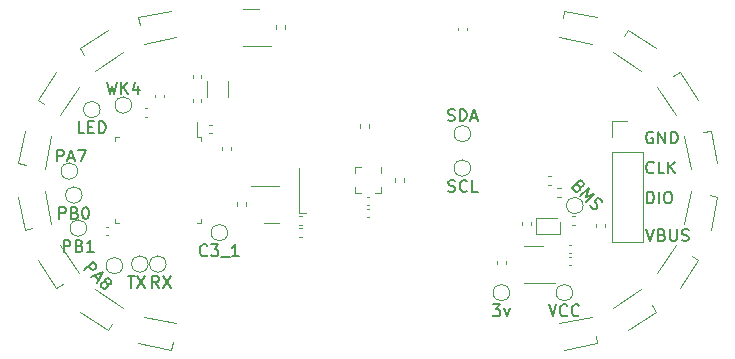
<source format=gbr>
%TF.GenerationSoftware,KiCad,Pcbnew,8.0.0*%
%TF.CreationDate,2024-03-15T16:55:21-04:00*%
%TF.ProjectId,mainboard,6d61696e-626f-4617-9264-2e6b69636164,rev?*%
%TF.SameCoordinates,Original*%
%TF.FileFunction,Legend,Top*%
%TF.FilePolarity,Positive*%
%FSLAX46Y46*%
G04 Gerber Fmt 4.6, Leading zero omitted, Abs format (unit mm)*
G04 Created by KiCad (PCBNEW 8.0.0) date 2024-03-15 16:55:21*
%MOMM*%
%LPD*%
G01*
G04 APERTURE LIST*
%ADD10C,0.150000*%
%ADD11C,0.120000*%
%ADD12C,0.100000*%
G04 APERTURE END LIST*
D10*
X209874007Y-90528780D02*
X209826388Y-90576400D01*
X209826388Y-90576400D02*
X209683531Y-90624019D01*
X209683531Y-90624019D02*
X209588293Y-90624019D01*
X209588293Y-90624019D02*
X209445436Y-90576400D01*
X209445436Y-90576400D02*
X209350198Y-90481161D01*
X209350198Y-90481161D02*
X209302579Y-90385923D01*
X209302579Y-90385923D02*
X209254960Y-90195447D01*
X209254960Y-90195447D02*
X209254960Y-90052590D01*
X209254960Y-90052590D02*
X209302579Y-89862114D01*
X209302579Y-89862114D02*
X209350198Y-89766876D01*
X209350198Y-89766876D02*
X209445436Y-89671638D01*
X209445436Y-89671638D02*
X209588293Y-89624019D01*
X209588293Y-89624019D02*
X209683531Y-89624019D01*
X209683531Y-89624019D02*
X209826388Y-89671638D01*
X209826388Y-89671638D02*
X209874007Y-89719257D01*
X210778769Y-90624019D02*
X210302579Y-90624019D01*
X210302579Y-90624019D02*
X210302579Y-89624019D01*
X211112103Y-90624019D02*
X211112103Y-89624019D01*
X211683531Y-90624019D02*
X211254960Y-90052590D01*
X211683531Y-89624019D02*
X211112103Y-90195447D01*
X209261322Y-95339019D02*
X209594655Y-96339019D01*
X209594655Y-96339019D02*
X209927988Y-95339019D01*
X210594655Y-95815209D02*
X210737512Y-95862828D01*
X210737512Y-95862828D02*
X210785131Y-95910447D01*
X210785131Y-95910447D02*
X210832750Y-96005685D01*
X210832750Y-96005685D02*
X210832750Y-96148542D01*
X210832750Y-96148542D02*
X210785131Y-96243780D01*
X210785131Y-96243780D02*
X210737512Y-96291400D01*
X210737512Y-96291400D02*
X210642274Y-96339019D01*
X210642274Y-96339019D02*
X210261322Y-96339019D01*
X210261322Y-96339019D02*
X210261322Y-95339019D01*
X210261322Y-95339019D02*
X210594655Y-95339019D01*
X210594655Y-95339019D02*
X210689893Y-95386638D01*
X210689893Y-95386638D02*
X210737512Y-95434257D01*
X210737512Y-95434257D02*
X210785131Y-95529495D01*
X210785131Y-95529495D02*
X210785131Y-95624733D01*
X210785131Y-95624733D02*
X210737512Y-95719971D01*
X210737512Y-95719971D02*
X210689893Y-95767590D01*
X210689893Y-95767590D02*
X210594655Y-95815209D01*
X210594655Y-95815209D02*
X210261322Y-95815209D01*
X211261322Y-95339019D02*
X211261322Y-96148542D01*
X211261322Y-96148542D02*
X211308941Y-96243780D01*
X211308941Y-96243780D02*
X211356560Y-96291400D01*
X211356560Y-96291400D02*
X211451798Y-96339019D01*
X211451798Y-96339019D02*
X211642274Y-96339019D01*
X211642274Y-96339019D02*
X211737512Y-96291400D01*
X211737512Y-96291400D02*
X211785131Y-96243780D01*
X211785131Y-96243780D02*
X211832750Y-96148542D01*
X211832750Y-96148542D02*
X211832750Y-95339019D01*
X212261322Y-96291400D02*
X212404179Y-96339019D01*
X212404179Y-96339019D02*
X212642274Y-96339019D01*
X212642274Y-96339019D02*
X212737512Y-96291400D01*
X212737512Y-96291400D02*
X212785131Y-96243780D01*
X212785131Y-96243780D02*
X212832750Y-96148542D01*
X212832750Y-96148542D02*
X212832750Y-96053304D01*
X212832750Y-96053304D02*
X212785131Y-95958066D01*
X212785131Y-95958066D02*
X212737512Y-95910447D01*
X212737512Y-95910447D02*
X212642274Y-95862828D01*
X212642274Y-95862828D02*
X212451798Y-95815209D01*
X212451798Y-95815209D02*
X212356560Y-95767590D01*
X212356560Y-95767590D02*
X212308941Y-95719971D01*
X212308941Y-95719971D02*
X212261322Y-95624733D01*
X212261322Y-95624733D02*
X212261322Y-95529495D01*
X212261322Y-95529495D02*
X212308941Y-95434257D01*
X212308941Y-95434257D02*
X212356560Y-95386638D01*
X212356560Y-95386638D02*
X212451798Y-95339019D01*
X212451798Y-95339019D02*
X212689893Y-95339019D01*
X212689893Y-95339019D02*
X212832750Y-95386638D01*
X209800988Y-87131638D02*
X209705750Y-87084019D01*
X209705750Y-87084019D02*
X209562893Y-87084019D01*
X209562893Y-87084019D02*
X209420036Y-87131638D01*
X209420036Y-87131638D02*
X209324798Y-87226876D01*
X209324798Y-87226876D02*
X209277179Y-87322114D01*
X209277179Y-87322114D02*
X209229560Y-87512590D01*
X209229560Y-87512590D02*
X209229560Y-87655447D01*
X209229560Y-87655447D02*
X209277179Y-87845923D01*
X209277179Y-87845923D02*
X209324798Y-87941161D01*
X209324798Y-87941161D02*
X209420036Y-88036400D01*
X209420036Y-88036400D02*
X209562893Y-88084019D01*
X209562893Y-88084019D02*
X209658131Y-88084019D01*
X209658131Y-88084019D02*
X209800988Y-88036400D01*
X209800988Y-88036400D02*
X209848607Y-87988780D01*
X209848607Y-87988780D02*
X209848607Y-87655447D01*
X209848607Y-87655447D02*
X209658131Y-87655447D01*
X210277179Y-88084019D02*
X210277179Y-87084019D01*
X210277179Y-87084019D02*
X210848607Y-88084019D01*
X210848607Y-88084019D02*
X210848607Y-87084019D01*
X211324798Y-88084019D02*
X211324798Y-87084019D01*
X211324798Y-87084019D02*
X211562893Y-87084019D01*
X211562893Y-87084019D02*
X211705750Y-87131638D01*
X211705750Y-87131638D02*
X211800988Y-87226876D01*
X211800988Y-87226876D02*
X211848607Y-87322114D01*
X211848607Y-87322114D02*
X211896226Y-87512590D01*
X211896226Y-87512590D02*
X211896226Y-87655447D01*
X211896226Y-87655447D02*
X211848607Y-87845923D01*
X211848607Y-87845923D02*
X211800988Y-87941161D01*
X211800988Y-87941161D02*
X211705750Y-88036400D01*
X211705750Y-88036400D02*
X211562893Y-88084019D01*
X211562893Y-88084019D02*
X211324798Y-88084019D01*
X209327979Y-93164019D02*
X209327979Y-92164019D01*
X209327979Y-92164019D02*
X209566074Y-92164019D01*
X209566074Y-92164019D02*
X209708931Y-92211638D01*
X209708931Y-92211638D02*
X209804169Y-92306876D01*
X209804169Y-92306876D02*
X209851788Y-92402114D01*
X209851788Y-92402114D02*
X209899407Y-92592590D01*
X209899407Y-92592590D02*
X209899407Y-92735447D01*
X209899407Y-92735447D02*
X209851788Y-92925923D01*
X209851788Y-92925923D02*
X209804169Y-93021161D01*
X209804169Y-93021161D02*
X209708931Y-93116400D01*
X209708931Y-93116400D02*
X209566074Y-93164019D01*
X209566074Y-93164019D02*
X209327979Y-93164019D01*
X210327979Y-93164019D02*
X210327979Y-92164019D01*
X210994645Y-92164019D02*
X211185121Y-92164019D01*
X211185121Y-92164019D02*
X211280359Y-92211638D01*
X211280359Y-92211638D02*
X211375597Y-92306876D01*
X211375597Y-92306876D02*
X211423216Y-92497352D01*
X211423216Y-92497352D02*
X211423216Y-92830685D01*
X211423216Y-92830685D02*
X211375597Y-93021161D01*
X211375597Y-93021161D02*
X211280359Y-93116400D01*
X211280359Y-93116400D02*
X211185121Y-93164019D01*
X211185121Y-93164019D02*
X210994645Y-93164019D01*
X210994645Y-93164019D02*
X210899407Y-93116400D01*
X210899407Y-93116400D02*
X210804169Y-93021161D01*
X210804169Y-93021161D02*
X210756550Y-92830685D01*
X210756550Y-92830685D02*
X210756550Y-92497352D01*
X210756550Y-92497352D02*
X210804169Y-92306876D01*
X210804169Y-92306876D02*
X210899407Y-92211638D01*
X210899407Y-92211638D02*
X210994645Y-92164019D01*
X159543905Y-94460819D02*
X159543905Y-93460819D01*
X159543905Y-93460819D02*
X159924857Y-93460819D01*
X159924857Y-93460819D02*
X160020095Y-93508438D01*
X160020095Y-93508438D02*
X160067714Y-93556057D01*
X160067714Y-93556057D02*
X160115333Y-93651295D01*
X160115333Y-93651295D02*
X160115333Y-93794152D01*
X160115333Y-93794152D02*
X160067714Y-93889390D01*
X160067714Y-93889390D02*
X160020095Y-93937009D01*
X160020095Y-93937009D02*
X159924857Y-93984628D01*
X159924857Y-93984628D02*
X159543905Y-93984628D01*
X160877238Y-93937009D02*
X161020095Y-93984628D01*
X161020095Y-93984628D02*
X161067714Y-94032247D01*
X161067714Y-94032247D02*
X161115333Y-94127485D01*
X161115333Y-94127485D02*
X161115333Y-94270342D01*
X161115333Y-94270342D02*
X161067714Y-94365580D01*
X161067714Y-94365580D02*
X161020095Y-94413200D01*
X161020095Y-94413200D02*
X160924857Y-94460819D01*
X160924857Y-94460819D02*
X160543905Y-94460819D01*
X160543905Y-94460819D02*
X160543905Y-93460819D01*
X160543905Y-93460819D02*
X160877238Y-93460819D01*
X160877238Y-93460819D02*
X160972476Y-93508438D01*
X160972476Y-93508438D02*
X161020095Y-93556057D01*
X161020095Y-93556057D02*
X161067714Y-93651295D01*
X161067714Y-93651295D02*
X161067714Y-93746533D01*
X161067714Y-93746533D02*
X161020095Y-93841771D01*
X161020095Y-93841771D02*
X160972476Y-93889390D01*
X160972476Y-93889390D02*
X160877238Y-93937009D01*
X160877238Y-93937009D02*
X160543905Y-93937009D01*
X161734381Y-93460819D02*
X161829619Y-93460819D01*
X161829619Y-93460819D02*
X161924857Y-93508438D01*
X161924857Y-93508438D02*
X161972476Y-93556057D01*
X161972476Y-93556057D02*
X162020095Y-93651295D01*
X162020095Y-93651295D02*
X162067714Y-93841771D01*
X162067714Y-93841771D02*
X162067714Y-94079866D01*
X162067714Y-94079866D02*
X162020095Y-94270342D01*
X162020095Y-94270342D02*
X161972476Y-94365580D01*
X161972476Y-94365580D02*
X161924857Y-94413200D01*
X161924857Y-94413200D02*
X161829619Y-94460819D01*
X161829619Y-94460819D02*
X161734381Y-94460819D01*
X161734381Y-94460819D02*
X161639143Y-94413200D01*
X161639143Y-94413200D02*
X161591524Y-94365580D01*
X161591524Y-94365580D02*
X161543905Y-94270342D01*
X161543905Y-94270342D02*
X161496286Y-94079866D01*
X161496286Y-94079866D02*
X161496286Y-93841771D01*
X161496286Y-93841771D02*
X161543905Y-93651295D01*
X161543905Y-93651295D02*
X161591524Y-93556057D01*
X161591524Y-93556057D02*
X161639143Y-93508438D01*
X161639143Y-93508438D02*
X161734381Y-93460819D01*
X192460714Y-86132200D02*
X192603571Y-86179819D01*
X192603571Y-86179819D02*
X192841666Y-86179819D01*
X192841666Y-86179819D02*
X192936904Y-86132200D01*
X192936904Y-86132200D02*
X192984523Y-86084580D01*
X192984523Y-86084580D02*
X193032142Y-85989342D01*
X193032142Y-85989342D02*
X193032142Y-85894104D01*
X193032142Y-85894104D02*
X192984523Y-85798866D01*
X192984523Y-85798866D02*
X192936904Y-85751247D01*
X192936904Y-85751247D02*
X192841666Y-85703628D01*
X192841666Y-85703628D02*
X192651190Y-85656009D01*
X192651190Y-85656009D02*
X192555952Y-85608390D01*
X192555952Y-85608390D02*
X192508333Y-85560771D01*
X192508333Y-85560771D02*
X192460714Y-85465533D01*
X192460714Y-85465533D02*
X192460714Y-85370295D01*
X192460714Y-85370295D02*
X192508333Y-85275057D01*
X192508333Y-85275057D02*
X192555952Y-85227438D01*
X192555952Y-85227438D02*
X192651190Y-85179819D01*
X192651190Y-85179819D02*
X192889285Y-85179819D01*
X192889285Y-85179819D02*
X193032142Y-85227438D01*
X193460714Y-86179819D02*
X193460714Y-85179819D01*
X193460714Y-85179819D02*
X193698809Y-85179819D01*
X193698809Y-85179819D02*
X193841666Y-85227438D01*
X193841666Y-85227438D02*
X193936904Y-85322676D01*
X193936904Y-85322676D02*
X193984523Y-85417914D01*
X193984523Y-85417914D02*
X194032142Y-85608390D01*
X194032142Y-85608390D02*
X194032142Y-85751247D01*
X194032142Y-85751247D02*
X193984523Y-85941723D01*
X193984523Y-85941723D02*
X193936904Y-86036961D01*
X193936904Y-86036961D02*
X193841666Y-86132200D01*
X193841666Y-86132200D02*
X193698809Y-86179819D01*
X193698809Y-86179819D02*
X193460714Y-86179819D01*
X194413095Y-85894104D02*
X194889285Y-85894104D01*
X194317857Y-86179819D02*
X194651190Y-85179819D01*
X194651190Y-85179819D02*
X194984523Y-86179819D01*
X163568238Y-82893819D02*
X163806333Y-83893819D01*
X163806333Y-83893819D02*
X163996809Y-83179533D01*
X163996809Y-83179533D02*
X164187285Y-83893819D01*
X164187285Y-83893819D02*
X164425381Y-82893819D01*
X164806333Y-83893819D02*
X164806333Y-82893819D01*
X165377761Y-83893819D02*
X164949190Y-83322390D01*
X165377761Y-82893819D02*
X164806333Y-83465247D01*
X166234904Y-83227152D02*
X166234904Y-83893819D01*
X165996809Y-82846200D02*
X165758714Y-83560485D01*
X165758714Y-83560485D02*
X166377761Y-83560485D01*
X161667436Y-98810647D02*
X162374543Y-98103540D01*
X162374543Y-98103540D02*
X162643917Y-98372914D01*
X162643917Y-98372914D02*
X162677588Y-98473930D01*
X162677588Y-98473930D02*
X162677588Y-98541273D01*
X162677588Y-98541273D02*
X162643917Y-98642288D01*
X162643917Y-98642288D02*
X162542901Y-98743304D01*
X162542901Y-98743304D02*
X162441886Y-98776975D01*
X162441886Y-98776975D02*
X162374543Y-98776975D01*
X162374543Y-98776975D02*
X162273527Y-98743304D01*
X162273527Y-98743304D02*
X162004153Y-98473930D01*
X162542901Y-99282052D02*
X162879619Y-99618769D01*
X162273527Y-99416739D02*
X163216336Y-98945334D01*
X163216336Y-98945334D02*
X162744932Y-99888143D01*
X163485711Y-99820800D02*
X163452039Y-99719785D01*
X163452039Y-99719785D02*
X163452039Y-99652441D01*
X163452039Y-99652441D02*
X163485711Y-99551426D01*
X163485711Y-99551426D02*
X163519382Y-99517754D01*
X163519382Y-99517754D02*
X163620398Y-99484082D01*
X163620398Y-99484082D02*
X163687741Y-99484082D01*
X163687741Y-99484082D02*
X163788756Y-99517754D01*
X163788756Y-99517754D02*
X163923443Y-99652441D01*
X163923443Y-99652441D02*
X163957115Y-99753456D01*
X163957115Y-99753456D02*
X163957115Y-99820800D01*
X163957115Y-99820800D02*
X163923443Y-99921815D01*
X163923443Y-99921815D02*
X163889772Y-99955487D01*
X163889772Y-99955487D02*
X163788756Y-99989159D01*
X163788756Y-99989159D02*
X163721413Y-99989159D01*
X163721413Y-99989159D02*
X163620398Y-99955487D01*
X163620398Y-99955487D02*
X163485711Y-99820800D01*
X163485711Y-99820800D02*
X163384695Y-99787128D01*
X163384695Y-99787128D02*
X163317352Y-99787128D01*
X163317352Y-99787128D02*
X163216337Y-99820800D01*
X163216337Y-99820800D02*
X163081650Y-99955487D01*
X163081650Y-99955487D02*
X163047978Y-100056502D01*
X163047978Y-100056502D02*
X163047978Y-100123846D01*
X163047978Y-100123846D02*
X163081650Y-100224861D01*
X163081650Y-100224861D02*
X163216337Y-100359548D01*
X163216337Y-100359548D02*
X163317352Y-100393220D01*
X163317352Y-100393220D02*
X163384695Y-100393220D01*
X163384695Y-100393220D02*
X163485711Y-100359548D01*
X163485711Y-100359548D02*
X163620398Y-100224861D01*
X163620398Y-100224861D02*
X163654069Y-100123846D01*
X163654069Y-100123846D02*
X163654069Y-100056502D01*
X163654069Y-100056502D02*
X163620398Y-99955487D01*
X165354095Y-99302819D02*
X165925523Y-99302819D01*
X165639809Y-100302819D02*
X165639809Y-99302819D01*
X166163619Y-99302819D02*
X166830285Y-100302819D01*
X166830285Y-99302819D02*
X166163619Y-100302819D01*
X167981333Y-100302819D02*
X167648000Y-99826628D01*
X167409905Y-100302819D02*
X167409905Y-99302819D01*
X167409905Y-99302819D02*
X167790857Y-99302819D01*
X167790857Y-99302819D02*
X167886095Y-99350438D01*
X167886095Y-99350438D02*
X167933714Y-99398057D01*
X167933714Y-99398057D02*
X167981333Y-99493295D01*
X167981333Y-99493295D02*
X167981333Y-99636152D01*
X167981333Y-99636152D02*
X167933714Y-99731390D01*
X167933714Y-99731390D02*
X167886095Y-99779009D01*
X167886095Y-99779009D02*
X167790857Y-99826628D01*
X167790857Y-99826628D02*
X167409905Y-99826628D01*
X168314667Y-99302819D02*
X168981333Y-100302819D01*
X168981333Y-99302819D02*
X168314667Y-100302819D01*
X161663142Y-87221819D02*
X161186952Y-87221819D01*
X161186952Y-87221819D02*
X161186952Y-86221819D01*
X161996476Y-86698009D02*
X162329809Y-86698009D01*
X162472666Y-87221819D02*
X161996476Y-87221819D01*
X161996476Y-87221819D02*
X161996476Y-86221819D01*
X161996476Y-86221819D02*
X162472666Y-86221819D01*
X162901238Y-87221819D02*
X162901238Y-86221819D01*
X162901238Y-86221819D02*
X163139333Y-86221819D01*
X163139333Y-86221819D02*
X163282190Y-86269438D01*
X163282190Y-86269438D02*
X163377428Y-86364676D01*
X163377428Y-86364676D02*
X163425047Y-86459914D01*
X163425047Y-86459914D02*
X163472666Y-86650390D01*
X163472666Y-86650390D02*
X163472666Y-86793247D01*
X163472666Y-86793247D02*
X163425047Y-86983723D01*
X163425047Y-86983723D02*
X163377428Y-87078961D01*
X163377428Y-87078961D02*
X163282190Y-87174200D01*
X163282190Y-87174200D02*
X163139333Y-87221819D01*
X163139333Y-87221819D02*
X162901238Y-87221819D01*
X200977667Y-101715819D02*
X201311000Y-102715819D01*
X201311000Y-102715819D02*
X201644333Y-101715819D01*
X202549095Y-102620580D02*
X202501476Y-102668200D01*
X202501476Y-102668200D02*
X202358619Y-102715819D01*
X202358619Y-102715819D02*
X202263381Y-102715819D01*
X202263381Y-102715819D02*
X202120524Y-102668200D01*
X202120524Y-102668200D02*
X202025286Y-102572961D01*
X202025286Y-102572961D02*
X201977667Y-102477723D01*
X201977667Y-102477723D02*
X201930048Y-102287247D01*
X201930048Y-102287247D02*
X201930048Y-102144390D01*
X201930048Y-102144390D02*
X201977667Y-101953914D01*
X201977667Y-101953914D02*
X202025286Y-101858676D01*
X202025286Y-101858676D02*
X202120524Y-101763438D01*
X202120524Y-101763438D02*
X202263381Y-101715819D01*
X202263381Y-101715819D02*
X202358619Y-101715819D01*
X202358619Y-101715819D02*
X202501476Y-101763438D01*
X202501476Y-101763438D02*
X202549095Y-101811057D01*
X203549095Y-102620580D02*
X203501476Y-102668200D01*
X203501476Y-102668200D02*
X203358619Y-102715819D01*
X203358619Y-102715819D02*
X203263381Y-102715819D01*
X203263381Y-102715819D02*
X203120524Y-102668200D01*
X203120524Y-102668200D02*
X203025286Y-102572961D01*
X203025286Y-102572961D02*
X202977667Y-102477723D01*
X202977667Y-102477723D02*
X202930048Y-102287247D01*
X202930048Y-102287247D02*
X202930048Y-102144390D01*
X202930048Y-102144390D02*
X202977667Y-101953914D01*
X202977667Y-101953914D02*
X203025286Y-101858676D01*
X203025286Y-101858676D02*
X203120524Y-101763438D01*
X203120524Y-101763438D02*
X203263381Y-101715819D01*
X203263381Y-101715819D02*
X203358619Y-101715819D01*
X203358619Y-101715819D02*
X203501476Y-101763438D01*
X203501476Y-101763438D02*
X203549095Y-101811057D01*
X172077190Y-97540580D02*
X172029571Y-97588200D01*
X172029571Y-97588200D02*
X171886714Y-97635819D01*
X171886714Y-97635819D02*
X171791476Y-97635819D01*
X171791476Y-97635819D02*
X171648619Y-97588200D01*
X171648619Y-97588200D02*
X171553381Y-97492961D01*
X171553381Y-97492961D02*
X171505762Y-97397723D01*
X171505762Y-97397723D02*
X171458143Y-97207247D01*
X171458143Y-97207247D02*
X171458143Y-97064390D01*
X171458143Y-97064390D02*
X171505762Y-96873914D01*
X171505762Y-96873914D02*
X171553381Y-96778676D01*
X171553381Y-96778676D02*
X171648619Y-96683438D01*
X171648619Y-96683438D02*
X171791476Y-96635819D01*
X171791476Y-96635819D02*
X171886714Y-96635819D01*
X171886714Y-96635819D02*
X172029571Y-96683438D01*
X172029571Y-96683438D02*
X172077190Y-96731057D01*
X172410524Y-96635819D02*
X173029571Y-96635819D01*
X173029571Y-96635819D02*
X172696238Y-97016771D01*
X172696238Y-97016771D02*
X172839095Y-97016771D01*
X172839095Y-97016771D02*
X172934333Y-97064390D01*
X172934333Y-97064390D02*
X172981952Y-97112009D01*
X172981952Y-97112009D02*
X173029571Y-97207247D01*
X173029571Y-97207247D02*
X173029571Y-97445342D01*
X173029571Y-97445342D02*
X172981952Y-97540580D01*
X172981952Y-97540580D02*
X172934333Y-97588200D01*
X172934333Y-97588200D02*
X172839095Y-97635819D01*
X172839095Y-97635819D02*
X172553381Y-97635819D01*
X172553381Y-97635819D02*
X172458143Y-97588200D01*
X172458143Y-97588200D02*
X172410524Y-97540580D01*
X173220048Y-97731057D02*
X173981952Y-97731057D01*
X174743857Y-97635819D02*
X174172429Y-97635819D01*
X174458143Y-97635819D02*
X174458143Y-96635819D01*
X174458143Y-96635819D02*
X174362905Y-96778676D01*
X174362905Y-96778676D02*
X174267667Y-96873914D01*
X174267667Y-96873914D02*
X174172429Y-96921533D01*
X192484524Y-92127200D02*
X192627381Y-92174819D01*
X192627381Y-92174819D02*
X192865476Y-92174819D01*
X192865476Y-92174819D02*
X192960714Y-92127200D01*
X192960714Y-92127200D02*
X193008333Y-92079580D01*
X193008333Y-92079580D02*
X193055952Y-91984342D01*
X193055952Y-91984342D02*
X193055952Y-91889104D01*
X193055952Y-91889104D02*
X193008333Y-91793866D01*
X193008333Y-91793866D02*
X192960714Y-91746247D01*
X192960714Y-91746247D02*
X192865476Y-91698628D01*
X192865476Y-91698628D02*
X192675000Y-91651009D01*
X192675000Y-91651009D02*
X192579762Y-91603390D01*
X192579762Y-91603390D02*
X192532143Y-91555771D01*
X192532143Y-91555771D02*
X192484524Y-91460533D01*
X192484524Y-91460533D02*
X192484524Y-91365295D01*
X192484524Y-91365295D02*
X192532143Y-91270057D01*
X192532143Y-91270057D02*
X192579762Y-91222438D01*
X192579762Y-91222438D02*
X192675000Y-91174819D01*
X192675000Y-91174819D02*
X192913095Y-91174819D01*
X192913095Y-91174819D02*
X193055952Y-91222438D01*
X194055952Y-92079580D02*
X194008333Y-92127200D01*
X194008333Y-92127200D02*
X193865476Y-92174819D01*
X193865476Y-92174819D02*
X193770238Y-92174819D01*
X193770238Y-92174819D02*
X193627381Y-92127200D01*
X193627381Y-92127200D02*
X193532143Y-92031961D01*
X193532143Y-92031961D02*
X193484524Y-91936723D01*
X193484524Y-91936723D02*
X193436905Y-91746247D01*
X193436905Y-91746247D02*
X193436905Y-91603390D01*
X193436905Y-91603390D02*
X193484524Y-91412914D01*
X193484524Y-91412914D02*
X193532143Y-91317676D01*
X193532143Y-91317676D02*
X193627381Y-91222438D01*
X193627381Y-91222438D02*
X193770238Y-91174819D01*
X193770238Y-91174819D02*
X193865476Y-91174819D01*
X193865476Y-91174819D02*
X194008333Y-91222438D01*
X194008333Y-91222438D02*
X194055952Y-91270057D01*
X194960714Y-92174819D02*
X194484524Y-92174819D01*
X194484524Y-92174819D02*
X194484524Y-91174819D01*
X159924905Y-97254819D02*
X159924905Y-96254819D01*
X159924905Y-96254819D02*
X160305857Y-96254819D01*
X160305857Y-96254819D02*
X160401095Y-96302438D01*
X160401095Y-96302438D02*
X160448714Y-96350057D01*
X160448714Y-96350057D02*
X160496333Y-96445295D01*
X160496333Y-96445295D02*
X160496333Y-96588152D01*
X160496333Y-96588152D02*
X160448714Y-96683390D01*
X160448714Y-96683390D02*
X160401095Y-96731009D01*
X160401095Y-96731009D02*
X160305857Y-96778628D01*
X160305857Y-96778628D02*
X159924905Y-96778628D01*
X161258238Y-96731009D02*
X161401095Y-96778628D01*
X161401095Y-96778628D02*
X161448714Y-96826247D01*
X161448714Y-96826247D02*
X161496333Y-96921485D01*
X161496333Y-96921485D02*
X161496333Y-97064342D01*
X161496333Y-97064342D02*
X161448714Y-97159580D01*
X161448714Y-97159580D02*
X161401095Y-97207200D01*
X161401095Y-97207200D02*
X161305857Y-97254819D01*
X161305857Y-97254819D02*
X160924905Y-97254819D01*
X160924905Y-97254819D02*
X160924905Y-96254819D01*
X160924905Y-96254819D02*
X161258238Y-96254819D01*
X161258238Y-96254819D02*
X161353476Y-96302438D01*
X161353476Y-96302438D02*
X161401095Y-96350057D01*
X161401095Y-96350057D02*
X161448714Y-96445295D01*
X161448714Y-96445295D02*
X161448714Y-96540533D01*
X161448714Y-96540533D02*
X161401095Y-96635771D01*
X161401095Y-96635771D02*
X161353476Y-96683390D01*
X161353476Y-96683390D02*
X161258238Y-96731009D01*
X161258238Y-96731009D02*
X160924905Y-96731009D01*
X162448714Y-97254819D02*
X161877286Y-97254819D01*
X162163000Y-97254819D02*
X162163000Y-96254819D01*
X162163000Y-96254819D02*
X162067762Y-96397676D01*
X162067762Y-96397676D02*
X161972524Y-96492914D01*
X161972524Y-96492914D02*
X161877286Y-96540533D01*
X196262714Y-101715819D02*
X196881761Y-101715819D01*
X196881761Y-101715819D02*
X196548428Y-102096771D01*
X196548428Y-102096771D02*
X196691285Y-102096771D01*
X196691285Y-102096771D02*
X196786523Y-102144390D01*
X196786523Y-102144390D02*
X196834142Y-102192009D01*
X196834142Y-102192009D02*
X196881761Y-102287247D01*
X196881761Y-102287247D02*
X196881761Y-102525342D01*
X196881761Y-102525342D02*
X196834142Y-102620580D01*
X196834142Y-102620580D02*
X196786523Y-102668200D01*
X196786523Y-102668200D02*
X196691285Y-102715819D01*
X196691285Y-102715819D02*
X196405571Y-102715819D01*
X196405571Y-102715819D02*
X196310333Y-102668200D01*
X196310333Y-102668200D02*
X196262714Y-102620580D01*
X197215095Y-102049152D02*
X197453190Y-102715819D01*
X197453190Y-102715819D02*
X197691285Y-102049152D01*
X159361333Y-89608819D02*
X159361333Y-88608819D01*
X159361333Y-88608819D02*
X159742285Y-88608819D01*
X159742285Y-88608819D02*
X159837523Y-88656438D01*
X159837523Y-88656438D02*
X159885142Y-88704057D01*
X159885142Y-88704057D02*
X159932761Y-88799295D01*
X159932761Y-88799295D02*
X159932761Y-88942152D01*
X159932761Y-88942152D02*
X159885142Y-89037390D01*
X159885142Y-89037390D02*
X159837523Y-89085009D01*
X159837523Y-89085009D02*
X159742285Y-89132628D01*
X159742285Y-89132628D02*
X159361333Y-89132628D01*
X160313714Y-89323104D02*
X160789904Y-89323104D01*
X160218476Y-89608819D02*
X160551809Y-88608819D01*
X160551809Y-88608819D02*
X160885142Y-89608819D01*
X161123238Y-88608819D02*
X161789904Y-88608819D01*
X161789904Y-88608819D02*
X161361333Y-89608819D01*
X203574512Y-91716945D02*
X203641856Y-91851632D01*
X203641856Y-91851632D02*
X203641856Y-91918976D01*
X203641856Y-91918976D02*
X203608184Y-92019991D01*
X203608184Y-92019991D02*
X203507169Y-92121006D01*
X203507169Y-92121006D02*
X203406154Y-92154678D01*
X203406154Y-92154678D02*
X203338810Y-92154678D01*
X203338810Y-92154678D02*
X203237795Y-92121006D01*
X203237795Y-92121006D02*
X202968421Y-91851632D01*
X202968421Y-91851632D02*
X203675528Y-91144525D01*
X203675528Y-91144525D02*
X203911230Y-91380227D01*
X203911230Y-91380227D02*
X203944902Y-91481243D01*
X203944902Y-91481243D02*
X203944902Y-91548586D01*
X203944902Y-91548586D02*
X203911230Y-91649601D01*
X203911230Y-91649601D02*
X203843886Y-91716945D01*
X203843886Y-91716945D02*
X203742871Y-91750617D01*
X203742871Y-91750617D02*
X203675528Y-91750617D01*
X203675528Y-91750617D02*
X203574512Y-91716945D01*
X203574512Y-91716945D02*
X203338810Y-91481243D01*
X203675528Y-92558739D02*
X204382634Y-91851632D01*
X204382634Y-91851632D02*
X204113260Y-92592411D01*
X204113260Y-92592411D02*
X204854039Y-92323037D01*
X204854039Y-92323037D02*
X204146932Y-93030143D01*
X204483649Y-93299517D02*
X204550993Y-93434204D01*
X204550993Y-93434204D02*
X204719352Y-93602563D01*
X204719352Y-93602563D02*
X204820367Y-93636235D01*
X204820367Y-93636235D02*
X204887710Y-93636235D01*
X204887710Y-93636235D02*
X204988726Y-93602563D01*
X204988726Y-93602563D02*
X205056069Y-93535219D01*
X205056069Y-93535219D02*
X205089741Y-93434204D01*
X205089741Y-93434204D02*
X205089741Y-93366861D01*
X205089741Y-93366861D02*
X205056069Y-93265845D01*
X205056069Y-93265845D02*
X204955054Y-93097487D01*
X204955054Y-93097487D02*
X204921382Y-92996471D01*
X204921382Y-92996471D02*
X204921382Y-92929128D01*
X204921382Y-92929128D02*
X204955054Y-92828113D01*
X204955054Y-92828113D02*
X205022397Y-92760769D01*
X205022397Y-92760769D02*
X205123413Y-92727097D01*
X205123413Y-92727097D02*
X205190756Y-92727097D01*
X205190756Y-92727097D02*
X205291771Y-92760769D01*
X205291771Y-92760769D02*
X205460130Y-92929128D01*
X205460130Y-92929128D02*
X205527474Y-93063815D01*
D11*
%TO.C,C7*%
X163683836Y-95864000D02*
X163468164Y-95864000D01*
X163683836Y-95144000D02*
X163468164Y-95144000D01*
%TO.C,U1*%
X199720200Y-99858000D02*
X201520200Y-99858000D01*
X199720200Y-99858000D02*
X198920200Y-99858000D01*
X199720200Y-96738000D02*
X200520200Y-96738000D01*
X199720200Y-96738000D02*
X198920200Y-96738000D01*
%TO.C,R5*%
X198756000Y-95024641D02*
X198756000Y-94717359D01*
X199516000Y-95024641D02*
X199516000Y-94717359D01*
%TO.C,U3*%
X186774000Y-90086000D02*
X186774000Y-90086000D01*
X185074000Y-90086000D02*
X185074000Y-90086000D01*
X184574000Y-90086000D02*
X185074000Y-90086000D01*
X186774000Y-90586000D02*
X186774000Y-90086000D01*
X184574000Y-90586000D02*
X184574000Y-90086000D01*
X186774000Y-91786000D02*
X186774000Y-92286000D01*
X184574000Y-91786000D02*
X184574000Y-91786000D01*
X186774000Y-92286000D02*
X186274000Y-92286000D01*
X186274000Y-92286000D02*
X186274000Y-92286000D01*
X185074000Y-92286000D02*
X184574000Y-92286000D01*
X184574000Y-92286000D02*
X184574000Y-91786000D01*
%TO.C,C14*%
X179851164Y-94255000D02*
X180066836Y-94255000D01*
X179851164Y-94975000D02*
X180066836Y-94975000D01*
%TO.C,TP1*%
X161482000Y-92456000D02*
G75*
G02*
X160082000Y-92456000I-700000J0D01*
G01*
X160082000Y-92456000D02*
G75*
G02*
X161482000Y-92456000I700000J0D01*
G01*
%TO.C,Y1*%
X172099000Y-84114000D02*
X172099000Y-82764000D01*
X173849000Y-84114000D02*
X173849000Y-82764000D01*
%TO.C,R2*%
X187961000Y-91339641D02*
X187961000Y-91032359D01*
X188721000Y-91339641D02*
X188721000Y-91032359D01*
%TO.C,R3*%
X185800000Y-86460359D02*
X185800000Y-86767641D01*
X185040000Y-86460359D02*
X185040000Y-86767641D01*
%TO.C,C2*%
X204999000Y-95131836D02*
X204999000Y-94916164D01*
X205719000Y-95131836D02*
X205719000Y-94916164D01*
%TO.C,C1*%
X202683164Y-96668000D02*
X202898836Y-96668000D01*
X202683164Y-97388000D02*
X202898836Y-97388000D01*
%TO.C,REF\u002A\u002A7*%
X210071353Y-102335331D02*
X209710232Y-101794876D01*
X210071353Y-102335331D02*
X207709979Y-103913151D01*
X208793541Y-100422951D02*
X206432167Y-102000771D01*
%TO.C,C5*%
X172231164Y-86508000D02*
X172446836Y-86508000D01*
X172231164Y-87228000D02*
X172446836Y-87228000D01*
%TO.C,C15*%
X179851164Y-95271000D02*
X180066836Y-95271000D01*
X179851164Y-95991000D02*
X180066836Y-95991000D01*
%TO.C,C4*%
X185781836Y-94340000D02*
X185566164Y-94340000D01*
X185781836Y-93620000D02*
X185566164Y-93620000D01*
%TO.C,C13*%
X170836000Y-82530836D02*
X170836000Y-82315164D01*
X171556000Y-82530836D02*
X171556000Y-82315164D01*
%TO.C,U4*%
X171529400Y-87576000D02*
X171229400Y-87576000D01*
X171229400Y-87576000D02*
X171229400Y-86261000D01*
X164309400Y-87576000D02*
X164609400Y-87576000D01*
X171529400Y-87876000D02*
X171529400Y-87576000D01*
X164309400Y-87876000D02*
X164309400Y-87576000D01*
X171529400Y-94496000D02*
X171529400Y-94796000D01*
X164309400Y-94496000D02*
X164309400Y-94796000D01*
X171529400Y-94796000D02*
X171229400Y-94796000D01*
X164309400Y-94796000D02*
X164609400Y-94796000D01*
%TO.C,TP5*%
X194375000Y-87249000D02*
G75*
G02*
X192975000Y-87249000I-700000J0D01*
G01*
X192975000Y-87249000D02*
G75*
G02*
X194375000Y-87249000I700000J0D01*
G01*
%TO.C,REF\u002A\u002A12*%
X207709979Y-78458849D02*
X207348858Y-78999304D01*
X207709979Y-78458849D02*
X210071353Y-80036669D01*
X206432167Y-80371229D02*
X208793541Y-81949049D01*
%TO.C,REF\u002A\u002A8*%
X213640939Y-97982191D02*
X213100484Y-97621070D01*
X213640939Y-97982191D02*
X212063119Y-100343565D01*
X211728559Y-96704379D02*
X210150739Y-99065753D01*
%TO.C,Q2*%
X175768000Y-79792000D02*
X177443000Y-79792000D01*
X175768000Y-79792000D02*
X175118000Y-79792000D01*
X175768000Y-76672000D02*
X176418000Y-76672000D01*
X175768000Y-76672000D02*
X175118000Y-76672000D01*
%TO.C,R8*%
X174626000Y-93371641D02*
X174626000Y-93064359D01*
X175386000Y-93371641D02*
X175386000Y-93064359D01*
%TO.C,TP13*%
X165673000Y-84836000D02*
G75*
G02*
X164273000Y-84836000I-700000J0D01*
G01*
X164273000Y-84836000D02*
G75*
G02*
X165673000Y-84836000I700000J0D01*
G01*
%TO.C,Q1*%
X177495200Y-91658000D02*
X175820200Y-91658000D01*
X177495200Y-91658000D02*
X178145200Y-91658000D01*
X177495200Y-94778000D02*
X176845200Y-94778000D01*
X177495200Y-94778000D02*
X178145200Y-94778000D01*
%TO.C,REF\u002A\u002A6*%
X205107611Y-104991086D02*
X204980802Y-104353575D01*
X205107611Y-104991086D02*
X202322181Y-105545142D01*
X204658903Y-102735280D02*
X201873473Y-103289336D01*
%TO.C,TP4*%
X164911000Y-98425000D02*
G75*
G02*
X163511000Y-98425000I-700000J0D01*
G01*
X163511000Y-98425000D02*
G75*
G02*
X164911000Y-98425000I700000J0D01*
G01*
%TO.C,REF\u002A\u002A5*%
X169025819Y-105545143D02*
X169152628Y-104907633D01*
X169025819Y-105545143D02*
X166240389Y-104991087D01*
X169474527Y-103289337D02*
X166689097Y-102735281D01*
%TO.C,C12*%
X171556000Y-84347164D02*
X171556000Y-84562836D01*
X170836000Y-84347164D02*
X170836000Y-84562836D01*
%TO.C,TP17*%
X167070000Y-98298000D02*
G75*
G02*
X165670000Y-98298000I-700000J0D01*
G01*
X165670000Y-98298000D02*
G75*
G02*
X167070000Y-98298000I700000J0D01*
G01*
%TO.C,J1*%
X206315000Y-86183000D02*
X207645000Y-86183000D01*
X206315000Y-87513000D02*
X206315000Y-86183000D01*
X206315000Y-88783000D02*
X206315000Y-96463000D01*
X206315000Y-88783000D02*
X208975000Y-88783000D01*
X206315000Y-96463000D02*
X208975000Y-96463000D01*
X208975000Y-88783000D02*
X208975000Y-96463000D01*
%TO.C,REF\u002A\u002A1*%
X156075068Y-89777608D02*
X156712578Y-89904417D01*
X156075068Y-89777608D02*
X156629124Y-86992178D01*
X158330874Y-90226316D02*
X158884930Y-87440886D01*
%TO.C,C10*%
X168381000Y-83966164D02*
X168381000Y-84181836D01*
X167661000Y-83966164D02*
X167661000Y-84181836D01*
%TO.C,R7*%
X200887359Y-90806000D02*
X201194641Y-90806000D01*
X200887359Y-91566000D02*
X201194641Y-91566000D01*
%TO.C,C3*%
X185781836Y-93324000D02*
X185566164Y-93324000D01*
X185781836Y-92604000D02*
X185566164Y-92604000D01*
%TO.C,R6*%
X201700159Y-91847400D02*
X202007441Y-91847400D01*
X201700159Y-92607400D02*
X202007441Y-92607400D01*
%TO.C,R9*%
X178688000Y-78078359D02*
X178688000Y-78385641D01*
X177928000Y-78078359D02*
X177928000Y-78385641D01*
%TO.C,C8*%
X202683164Y-97684000D02*
X202898836Y-97684000D01*
X202683164Y-98404000D02*
X202898836Y-98404000D01*
%TO.C,REF\u002A\u002A3*%
X159284880Y-100343565D02*
X159825335Y-99982444D01*
X159284880Y-100343565D02*
X157707060Y-97982191D01*
X161197260Y-99065753D02*
X159619440Y-96704379D01*
%TO.C,REF\u002A\u002A11*%
X212063119Y-82028435D02*
X211522664Y-82389556D01*
X212063119Y-82028435D02*
X213640939Y-84389809D01*
X210150739Y-83306247D02*
X211728559Y-85667621D01*
%TO.C,RX1*%
X168594000Y-98298000D02*
G75*
G02*
X167194000Y-98298000I-700000J0D01*
G01*
X167194000Y-98298000D02*
G75*
G02*
X168594000Y-98298000I700000J0D01*
G01*
%TO.C,TP12*%
X163006000Y-85217000D02*
G75*
G02*
X161606000Y-85217000I-700000J0D01*
G01*
X161606000Y-85217000D02*
G75*
G02*
X163006000Y-85217000I700000J0D01*
G01*
%TO.C,TP9*%
X203011000Y-100711000D02*
G75*
G02*
X201611000Y-100711000I-700000J0D01*
G01*
X201611000Y-100711000D02*
G75*
G02*
X203011000Y-100711000I700000J0D01*
G01*
%TO.C,TP16*%
X173801000Y-95631000D02*
G75*
G02*
X172401000Y-95631000I-700000J0D01*
G01*
X172401000Y-95631000D02*
G75*
G02*
X173801000Y-95631000I700000J0D01*
G01*
%TO.C,C6*%
X166985836Y-85831000D02*
X166770164Y-85831000D01*
X166985836Y-85111000D02*
X166770164Y-85111000D01*
%TO.C,TP6*%
X194375000Y-90170000D02*
G75*
G02*
X192975000Y-90170000I-700000J0D01*
G01*
X192975000Y-90170000D02*
G75*
G02*
X194375000Y-90170000I700000J0D01*
G01*
%TO.C,REF\u002A\u002A*%
X157707060Y-84389809D02*
X158247515Y-84750930D01*
X157707060Y-84389809D02*
X159284880Y-82028435D01*
X159619440Y-85667621D02*
X161197260Y-83306247D01*
%TO.C,R4*%
X174116000Y-88365359D02*
X174116000Y-88672641D01*
X173356000Y-88365359D02*
X173356000Y-88672641D01*
%TO.C,TP3*%
X161863000Y-95250000D02*
G75*
G02*
X160463000Y-95250000I-700000J0D01*
G01*
X160463000Y-95250000D02*
G75*
G02*
X161863000Y-95250000I700000J0D01*
G01*
%TO.C,C9*%
X196617000Y-98278836D02*
X196617000Y-98063164D01*
X197337000Y-98278836D02*
X197337000Y-98063164D01*
%TO.C,REF\u002A\u002A15*%
X161276646Y-80036669D02*
X161637767Y-80577124D01*
X161276646Y-80036669D02*
X163638020Y-78458849D01*
X162554458Y-81949049D02*
X164915832Y-80371229D01*
%TO.C,REF\u002A\u002A9*%
X215272931Y-92594392D02*
X214635421Y-92467583D01*
X215272931Y-92594392D02*
X214718875Y-95379822D01*
X213017125Y-92145684D02*
X212463069Y-94931114D01*
D12*
%TO.C,U5*%
X179832000Y-93980000D02*
X179832000Y-90170000D01*
X180467000Y-93980000D02*
X179832000Y-93980000D01*
D11*
%TO.C,REF\u002A\u002A10*%
X214718874Y-86992177D02*
X214081363Y-87118986D01*
X214718874Y-86992177D02*
X215272930Y-89777607D01*
X212463068Y-87440885D02*
X213017124Y-90226315D01*
%TO.C,REF\u002A\u002A4*%
X163638020Y-103913151D02*
X163999141Y-103372696D01*
X163638020Y-103913151D02*
X161276646Y-102335331D01*
X164915832Y-102000771D02*
X162554458Y-100422951D01*
%TO.C,R1*%
X202919359Y-94235000D02*
X203226641Y-94235000D01*
X202919359Y-94995000D02*
X203226641Y-94995000D01*
%TO.C,C11*%
X193315000Y-78494836D02*
X193315000Y-78279164D01*
X194035000Y-78494836D02*
X194035000Y-78279164D01*
%TO.C,U2*%
X199944800Y-94402200D02*
X201664800Y-94402200D01*
X199944800Y-94402200D02*
X199944800Y-95742200D01*
X201984800Y-94772200D02*
X201984800Y-95742200D01*
X201984800Y-95742200D02*
X199944800Y-95742200D01*
%TO.C,REF\u002A\u002A14*%
X166240388Y-77380914D02*
X166367197Y-78018425D01*
X166240388Y-77380914D02*
X169025818Y-76826858D01*
X166689096Y-79636720D02*
X169474526Y-79082664D01*
%TO.C,REF\u002A\u002A2*%
X156629125Y-95379823D02*
X157266636Y-95253014D01*
X156629125Y-95379823D02*
X156075069Y-92594393D01*
X158884931Y-94931115D02*
X158330875Y-92145685D01*
%TO.C,REF\u002A\u002A13*%
X202322180Y-76826857D02*
X202195371Y-77464367D01*
X202322180Y-76826857D02*
X205107610Y-77380913D01*
X201873472Y-79082663D02*
X204658902Y-79636719D01*
%TO.C,TP10*%
X197677000Y-100711000D02*
G75*
G02*
X196277000Y-100711000I-700000J0D01*
G01*
X196277000Y-100711000D02*
G75*
G02*
X197677000Y-100711000I700000J0D01*
G01*
%TO.C,TP2*%
X161101000Y-90424000D02*
G75*
G02*
X159701000Y-90424000I-700000J0D01*
G01*
X159701000Y-90424000D02*
G75*
G02*
X161101000Y-90424000I700000J0D01*
G01*
%TO.C,TP11*%
X203900000Y-93345000D02*
G75*
G02*
X202500000Y-93345000I-700000J0D01*
G01*
X202500000Y-93345000D02*
G75*
G02*
X203900000Y-93345000I700000J0D01*
G01*
%TD*%
M02*

</source>
